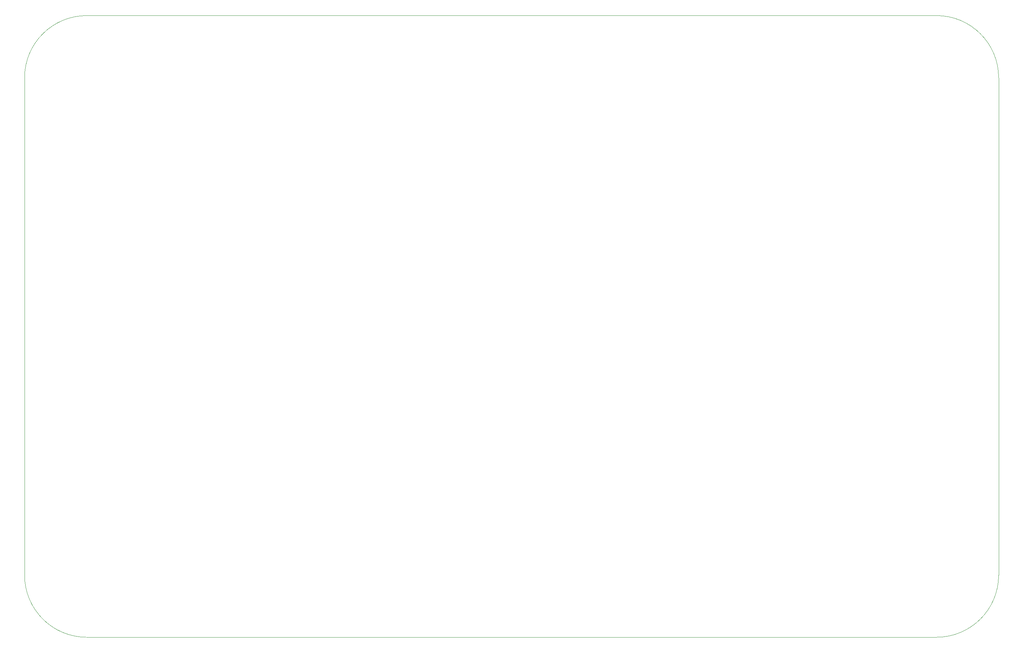
<source format=gbr>
%TF.GenerationSoftware,KiCad,Pcbnew,(7.0.0)*%
%TF.CreationDate,2023-04-25T13:09:25+01:00*%
%TF.ProjectId,controller,636f6e74-726f-46c6-9c65-722e6b696361,V1.2*%
%TF.SameCoordinates,Original*%
%TF.FileFunction,Profile,NP*%
%FSLAX46Y46*%
G04 Gerber Fmt 4.6, Leading zero omitted, Abs format (unit mm)*
G04 Created by KiCad (PCBNEW (7.0.0)) date 2023-04-25 13:09:25*
%MOMM*%
%LPD*%
G01*
G04 APERTURE LIST*
%TA.AperFunction,Profile*%
%ADD10C,0.100000*%
%TD*%
G04 APERTURE END LIST*
D10*
X260000000Y-150000000D02*
X260000000Y-30000000D01*
X40000000Y-15000000D02*
X245000000Y-15000000D01*
X25000000Y-150000000D02*
G75*
G03*
X40000000Y-165000000I15000000J0D01*
G01*
X245000000Y-165000000D02*
G75*
G03*
X260000000Y-150000000I0J15000000D01*
G01*
X260000000Y-30000000D02*
G75*
G03*
X245000000Y-15000000I-15000000J0D01*
G01*
X40000000Y-15000000D02*
G75*
G03*
X25000000Y-30000000I0J-15000000D01*
G01*
X25000000Y-150000000D02*
X25000000Y-30000000D01*
X40000000Y-165000000D02*
X245000000Y-165000000D01*
M02*

</source>
